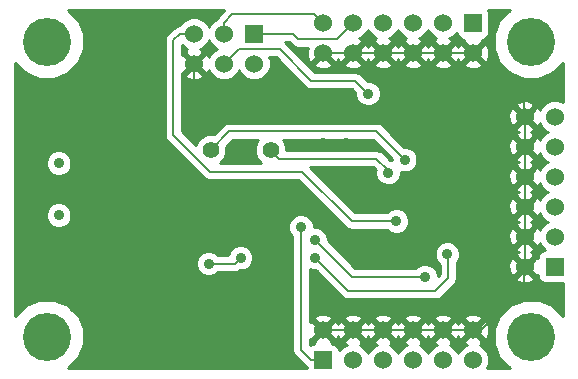
<source format=gbl>
G04 (created by PCBNEW-RS274X (2011-11-27 BZR 3249)-stable) date 9/09/2012 10:25:19 a.m.*
G01*
G70*
G90*
%MOIN*%
G04 Gerber Fmt 3.4, Leading zero omitted, Abs format*
%FSLAX34Y34*%
G04 APERTURE LIST*
%ADD10C,0.006000*%
%ADD11R,0.060000X0.060000*%
%ADD12C,0.060000*%
%ADD13C,0.035400*%
%ADD14C,0.056000*%
%ADD15C,0.160000*%
%ADD16C,0.035000*%
%ADD17C,0.008000*%
%ADD18C,0.010000*%
G04 APERTURE END LIST*
G54D10*
G54D11*
X48296Y-28877D03*
G54D12*
X47296Y-28877D03*
X48296Y-27877D03*
X47296Y-27877D03*
X48296Y-26877D03*
X47296Y-26877D03*
X48296Y-25877D03*
X47296Y-25877D03*
X48296Y-24877D03*
X47296Y-24877D03*
X48296Y-23877D03*
X47296Y-23877D03*
G54D13*
X31760Y-27161D03*
X31760Y-25429D03*
G54D11*
X40571Y-31995D03*
G54D12*
X40571Y-30995D03*
X41571Y-31995D03*
X41571Y-30995D03*
X42571Y-31995D03*
X42571Y-30995D03*
X43571Y-31995D03*
X43571Y-30995D03*
X44571Y-31995D03*
X44571Y-30995D03*
X45571Y-31995D03*
X45571Y-30995D03*
G54D11*
X45571Y-20759D03*
G54D12*
X45571Y-21759D03*
X44571Y-20759D03*
X44571Y-21759D03*
X43571Y-20759D03*
X43571Y-21759D03*
X42571Y-20759D03*
X42571Y-21759D03*
X41571Y-20759D03*
X41571Y-21759D03*
X40571Y-20759D03*
X40571Y-21759D03*
G54D11*
X38272Y-21110D03*
G54D12*
X38272Y-22110D03*
X37272Y-21110D03*
X37272Y-22110D03*
X36272Y-21110D03*
X36272Y-22110D03*
G54D14*
X36823Y-24995D03*
X38823Y-24995D03*
G54D15*
X47508Y-31216D03*
X31366Y-21374D03*
X47508Y-21374D03*
X31366Y-31216D03*
G54D16*
X44713Y-28460D03*
X40303Y-28578D03*
X43965Y-29208D03*
X40303Y-27988D03*
X42075Y-23106D03*
X43020Y-27358D03*
X39831Y-27554D03*
X41327Y-24760D03*
X40579Y-23421D03*
X40579Y-24760D03*
X40303Y-29130D03*
X36288Y-23421D03*
X34752Y-26216D03*
X37862Y-24957D03*
X39673Y-23421D03*
X41366Y-23421D03*
X33610Y-28933D03*
X33610Y-28303D03*
X30775Y-23146D03*
X37823Y-27200D03*
X39437Y-31453D03*
X33138Y-20783D03*
X35303Y-20587D03*
X38689Y-31965D03*
X30775Y-29642D03*
X32941Y-31807D03*
X42744Y-25743D03*
X37823Y-28578D03*
X36760Y-28775D03*
X43295Y-25310D03*
G54D17*
X44713Y-28460D02*
X44752Y-28499D01*
X44752Y-28499D02*
X44752Y-29248D01*
X44752Y-29248D02*
X44320Y-29680D01*
X44320Y-29680D02*
X41405Y-29680D01*
X41405Y-29680D02*
X40303Y-28578D01*
X43965Y-29208D02*
X41524Y-29208D01*
X41524Y-29208D02*
X40304Y-27988D01*
X40304Y-27988D02*
X40303Y-27988D01*
X38272Y-21110D02*
X39568Y-21110D01*
X41035Y-21295D02*
X41571Y-20759D01*
X39753Y-21295D02*
X41035Y-21295D01*
X39568Y-21110D02*
X39753Y-21295D01*
X37283Y-22110D02*
X37783Y-21610D01*
X37783Y-21610D02*
X39123Y-21610D01*
X39123Y-21610D02*
X40186Y-22673D01*
X41642Y-22673D02*
X42075Y-23106D01*
X40186Y-22673D02*
X41642Y-22673D01*
X37272Y-22110D02*
X37283Y-22110D01*
X41524Y-27358D02*
X39870Y-25704D01*
X39870Y-25704D02*
X36800Y-25704D01*
X36800Y-25704D02*
X35579Y-24483D01*
X35579Y-24483D02*
X35579Y-21334D01*
X35579Y-21334D02*
X35803Y-21110D01*
X35803Y-21110D02*
X36272Y-21110D01*
X43020Y-27358D02*
X41524Y-27358D01*
X37272Y-21110D02*
X37272Y-20743D01*
X40280Y-20468D02*
X40571Y-20759D01*
X37547Y-20468D02*
X40280Y-20468D01*
X37272Y-20743D02*
X37547Y-20468D01*
X40177Y-31995D02*
X39831Y-31649D01*
X39831Y-31649D02*
X39831Y-27554D01*
X40571Y-31995D02*
X40177Y-31995D01*
X41327Y-24760D02*
X40579Y-24760D01*
X36288Y-23421D02*
X36272Y-23405D01*
X36272Y-23405D02*
X36272Y-22110D01*
X41571Y-21759D02*
X42571Y-21759D01*
X43571Y-30995D02*
X44571Y-30995D01*
X34752Y-26806D02*
X34752Y-26216D01*
X35146Y-27200D02*
X34752Y-26806D01*
X47296Y-26877D02*
X47296Y-25877D01*
X47296Y-25877D02*
X47296Y-24877D01*
X40579Y-23421D02*
X41366Y-23421D01*
X39673Y-23421D02*
X40579Y-23421D01*
X47296Y-24877D02*
X47296Y-23877D01*
X47296Y-23877D02*
X47284Y-23865D01*
X47284Y-23865D02*
X47284Y-23385D01*
X47284Y-23385D02*
X45658Y-21759D01*
X30775Y-29642D02*
X30775Y-23146D01*
X39437Y-31453D02*
X39437Y-31492D01*
X33138Y-20783D02*
X33334Y-20587D01*
X35303Y-20587D02*
X33334Y-20587D01*
X32351Y-29642D02*
X30775Y-29642D01*
X32941Y-30232D02*
X32351Y-29642D01*
X32941Y-31807D02*
X32941Y-30232D01*
X37823Y-27200D02*
X35146Y-27200D01*
X45658Y-21759D02*
X45571Y-21759D01*
X40571Y-21759D02*
X41571Y-21759D01*
X42571Y-30995D02*
X43571Y-30995D01*
X41571Y-30995D02*
X42571Y-30995D01*
X40571Y-30995D02*
X41571Y-30995D01*
X42571Y-21759D02*
X43571Y-21759D01*
X43571Y-21759D02*
X44571Y-21759D01*
X45839Y-30995D02*
X45571Y-30995D01*
X47272Y-29562D02*
X45839Y-30995D01*
X47272Y-28901D02*
X47272Y-29562D01*
X47296Y-28877D02*
X47272Y-28901D01*
X47296Y-27877D02*
X47296Y-28877D01*
X47296Y-26877D02*
X47296Y-27877D01*
X44571Y-21759D02*
X45571Y-21759D01*
X44571Y-30995D02*
X45571Y-30995D01*
X45571Y-30995D02*
X45586Y-30980D01*
X42744Y-25743D02*
X42744Y-25666D01*
X39100Y-25272D02*
X38823Y-24995D01*
X42350Y-25272D02*
X39100Y-25272D01*
X42744Y-25666D02*
X42350Y-25272D01*
X37823Y-28578D02*
X37626Y-28775D01*
X37626Y-28775D02*
X36760Y-28775D01*
X37453Y-24365D02*
X36823Y-24995D01*
X42350Y-24365D02*
X37453Y-24365D01*
X43295Y-25310D02*
X42350Y-24365D01*
G54D10*
G36*
X38492Y-25414D02*
X37153Y-25414D01*
X37272Y-25296D01*
X37353Y-25101D01*
X37353Y-24890D01*
X37348Y-24879D01*
X37573Y-24655D01*
X38413Y-24655D01*
X38374Y-24694D01*
X38293Y-24889D01*
X38293Y-25100D01*
X38374Y-25295D01*
X38492Y-25414D01*
X38492Y-25414D01*
G37*
G54D18*
X38492Y-25414D02*
X37153Y-25414D01*
X37272Y-25296D01*
X37353Y-25101D01*
X37353Y-24890D01*
X37348Y-24879D01*
X37573Y-24655D01*
X38413Y-24655D01*
X38374Y-24694D01*
X38293Y-24889D01*
X38293Y-25100D01*
X38374Y-25295D01*
X38492Y-25414D01*
G54D10*
G36*
X42870Y-25335D02*
X42829Y-25318D01*
X42806Y-25318D01*
X42555Y-25067D01*
X42461Y-25004D01*
X42350Y-24982D01*
X39353Y-24982D01*
X39353Y-24890D01*
X39272Y-24695D01*
X39232Y-24655D01*
X42230Y-24655D01*
X42870Y-25295D01*
X42870Y-25335D01*
X42870Y-25335D01*
G37*
G54D18*
X42870Y-25335D02*
X42829Y-25318D01*
X42806Y-25318D01*
X42555Y-25067D01*
X42461Y-25004D01*
X42350Y-24982D01*
X39353Y-24982D01*
X39353Y-24890D01*
X39272Y-24695D01*
X39232Y-24655D01*
X42230Y-24655D01*
X42870Y-25295D01*
X42870Y-25335D01*
G54D10*
G36*
X48561Y-30510D02*
X48214Y-30162D01*
X47757Y-29973D01*
X47604Y-29972D01*
X47604Y-29255D01*
X47296Y-28948D01*
X47225Y-29018D01*
X47225Y-28877D01*
X46918Y-28569D01*
X46824Y-28596D01*
X46753Y-28798D01*
X46764Y-29011D01*
X46824Y-29158D01*
X46918Y-29185D01*
X47225Y-28877D01*
X47225Y-29018D01*
X46988Y-29255D01*
X47015Y-29349D01*
X47217Y-29420D01*
X47430Y-29409D01*
X47577Y-29349D01*
X47604Y-29255D01*
X47604Y-29972D01*
X47262Y-29972D01*
X46805Y-30161D01*
X46454Y-30510D01*
X46265Y-30967D01*
X46264Y-31462D01*
X46453Y-31919D01*
X46801Y-32269D01*
X46051Y-32269D01*
X46120Y-32104D01*
X46120Y-31886D01*
X46114Y-31871D01*
X46114Y-31074D01*
X46114Y-21838D01*
X46103Y-21625D01*
X46043Y-21478D01*
X45949Y-21451D01*
X45642Y-21759D01*
X45949Y-22067D01*
X46043Y-22040D01*
X46114Y-21838D01*
X46114Y-31074D01*
X46103Y-30861D01*
X46043Y-30714D01*
X45949Y-30687D01*
X45879Y-30757D01*
X45879Y-30617D01*
X45879Y-22137D01*
X45571Y-21830D01*
X45500Y-21900D01*
X45500Y-21759D01*
X45193Y-21451D01*
X45099Y-21478D01*
X45073Y-21551D01*
X45043Y-21478D01*
X44949Y-21451D01*
X44642Y-21759D01*
X44949Y-22067D01*
X45043Y-22040D01*
X45068Y-21966D01*
X45099Y-22040D01*
X45193Y-22067D01*
X45500Y-21759D01*
X45500Y-21900D01*
X45263Y-22137D01*
X45290Y-22231D01*
X45492Y-22302D01*
X45705Y-22291D01*
X45852Y-22231D01*
X45879Y-22137D01*
X45879Y-30617D01*
X45852Y-30523D01*
X45650Y-30452D01*
X45437Y-30463D01*
X45290Y-30523D01*
X45263Y-30617D01*
X45571Y-30924D01*
X45879Y-30617D01*
X45879Y-30757D01*
X45642Y-30995D01*
X45949Y-31303D01*
X46043Y-31276D01*
X46114Y-31074D01*
X46114Y-31871D01*
X46036Y-31684D01*
X45882Y-31530D01*
X45790Y-31492D01*
X45852Y-31467D01*
X45879Y-31373D01*
X45571Y-31066D01*
X45500Y-31136D01*
X45500Y-30995D01*
X45193Y-30687D01*
X45099Y-30714D01*
X45073Y-30787D01*
X45043Y-30714D01*
X44949Y-30687D01*
X44879Y-30757D01*
X44879Y-30617D01*
X44852Y-30523D01*
X44650Y-30452D01*
X44437Y-30463D01*
X44290Y-30523D01*
X44263Y-30617D01*
X44571Y-30924D01*
X44879Y-30617D01*
X44879Y-30757D01*
X44642Y-30995D01*
X44949Y-31303D01*
X45043Y-31276D01*
X45068Y-31202D01*
X45099Y-31276D01*
X45193Y-31303D01*
X45500Y-30995D01*
X45500Y-31136D01*
X45263Y-31373D01*
X45290Y-31467D01*
X45355Y-31490D01*
X45260Y-31530D01*
X45106Y-31684D01*
X45071Y-31768D01*
X45036Y-31684D01*
X44882Y-31530D01*
X44790Y-31492D01*
X44852Y-31467D01*
X44879Y-31373D01*
X44571Y-31066D01*
X44500Y-31136D01*
X44500Y-30995D01*
X44193Y-30687D01*
X44099Y-30714D01*
X44073Y-30787D01*
X44043Y-30714D01*
X43949Y-30687D01*
X43879Y-30757D01*
X43879Y-30617D01*
X43852Y-30523D01*
X43650Y-30452D01*
X43437Y-30463D01*
X43290Y-30523D01*
X43263Y-30617D01*
X43571Y-30924D01*
X43879Y-30617D01*
X43879Y-30757D01*
X43642Y-30995D01*
X43949Y-31303D01*
X44043Y-31276D01*
X44068Y-31202D01*
X44099Y-31276D01*
X44193Y-31303D01*
X44500Y-30995D01*
X44500Y-31136D01*
X44263Y-31373D01*
X44290Y-31467D01*
X44355Y-31490D01*
X44260Y-31530D01*
X44106Y-31684D01*
X44071Y-31768D01*
X44036Y-31684D01*
X43882Y-31530D01*
X43790Y-31492D01*
X43852Y-31467D01*
X43879Y-31373D01*
X43571Y-31066D01*
X43500Y-31136D01*
X43500Y-30995D01*
X43193Y-30687D01*
X43099Y-30714D01*
X43073Y-30787D01*
X43043Y-30714D01*
X42949Y-30687D01*
X42879Y-30757D01*
X42879Y-30617D01*
X42852Y-30523D01*
X42650Y-30452D01*
X42437Y-30463D01*
X42290Y-30523D01*
X42263Y-30617D01*
X42571Y-30924D01*
X42879Y-30617D01*
X42879Y-30757D01*
X42642Y-30995D01*
X42949Y-31303D01*
X43043Y-31276D01*
X43068Y-31202D01*
X43099Y-31276D01*
X43193Y-31303D01*
X43500Y-30995D01*
X43500Y-31136D01*
X43263Y-31373D01*
X43290Y-31467D01*
X43355Y-31490D01*
X43260Y-31530D01*
X43106Y-31684D01*
X43071Y-31768D01*
X43036Y-31684D01*
X42882Y-31530D01*
X42790Y-31492D01*
X42852Y-31467D01*
X42879Y-31373D01*
X42571Y-31066D01*
X42500Y-31136D01*
X42500Y-30995D01*
X42193Y-30687D01*
X42099Y-30714D01*
X42073Y-30787D01*
X42043Y-30714D01*
X41949Y-30687D01*
X41879Y-30757D01*
X41879Y-30617D01*
X41852Y-30523D01*
X41650Y-30452D01*
X41437Y-30463D01*
X41290Y-30523D01*
X41263Y-30617D01*
X41571Y-30924D01*
X41879Y-30617D01*
X41879Y-30757D01*
X41642Y-30995D01*
X41949Y-31303D01*
X42043Y-31276D01*
X42068Y-31202D01*
X42099Y-31276D01*
X42193Y-31303D01*
X42500Y-30995D01*
X42500Y-31136D01*
X42263Y-31373D01*
X42290Y-31467D01*
X42355Y-31490D01*
X42260Y-31530D01*
X42106Y-31684D01*
X42071Y-31768D01*
X42036Y-31684D01*
X41882Y-31530D01*
X41790Y-31492D01*
X41852Y-31467D01*
X41879Y-31373D01*
X41571Y-31066D01*
X41500Y-31136D01*
X41500Y-30995D01*
X41193Y-30687D01*
X41099Y-30714D01*
X41073Y-30787D01*
X41043Y-30714D01*
X40949Y-30687D01*
X40879Y-30757D01*
X40879Y-30617D01*
X40852Y-30523D01*
X40650Y-30452D01*
X40437Y-30463D01*
X40290Y-30523D01*
X40263Y-30617D01*
X40571Y-30924D01*
X40879Y-30617D01*
X40879Y-30757D01*
X40642Y-30995D01*
X40949Y-31303D01*
X41043Y-31276D01*
X41068Y-31202D01*
X41099Y-31276D01*
X41193Y-31303D01*
X41500Y-30995D01*
X41500Y-31136D01*
X41263Y-31373D01*
X41290Y-31467D01*
X41355Y-31490D01*
X41260Y-31530D01*
X41120Y-31670D01*
X41120Y-31646D01*
X41082Y-31554D01*
X41012Y-31484D01*
X40921Y-31446D01*
X40858Y-31446D01*
X40879Y-31373D01*
X40571Y-31066D01*
X40263Y-31373D01*
X40283Y-31446D01*
X40222Y-31446D01*
X40130Y-31484D01*
X40121Y-31493D01*
X40121Y-31282D01*
X40193Y-31303D01*
X40500Y-30995D01*
X40193Y-30687D01*
X40121Y-30707D01*
X40121Y-28962D01*
X40218Y-29003D01*
X40318Y-29003D01*
X41200Y-29885D01*
X41294Y-29948D01*
X41405Y-29970D01*
X44320Y-29970D01*
X44431Y-29948D01*
X44525Y-29885D01*
X44956Y-29454D01*
X44956Y-29453D01*
X44957Y-29453D01*
X45019Y-29360D01*
X45020Y-29359D01*
X45041Y-29249D01*
X45042Y-29248D01*
X45042Y-28732D01*
X45073Y-28701D01*
X45138Y-28545D01*
X45138Y-28376D01*
X45074Y-28220D01*
X44954Y-28100D01*
X44879Y-28068D01*
X44879Y-22137D01*
X44571Y-21830D01*
X44500Y-21900D01*
X44500Y-21759D01*
X44193Y-21451D01*
X44099Y-21478D01*
X44073Y-21551D01*
X44043Y-21478D01*
X43949Y-21451D01*
X43642Y-21759D01*
X43949Y-22067D01*
X44043Y-22040D01*
X44068Y-21966D01*
X44099Y-22040D01*
X44193Y-22067D01*
X44500Y-21759D01*
X44500Y-21900D01*
X44263Y-22137D01*
X44290Y-22231D01*
X44492Y-22302D01*
X44705Y-22291D01*
X44852Y-22231D01*
X44879Y-22137D01*
X44879Y-28068D01*
X44798Y-28035D01*
X44629Y-28035D01*
X44473Y-28099D01*
X44353Y-28219D01*
X44288Y-28375D01*
X44288Y-28544D01*
X44352Y-28700D01*
X44462Y-28810D01*
X44462Y-29128D01*
X44390Y-29200D01*
X44390Y-29124D01*
X44326Y-28968D01*
X44206Y-28848D01*
X44050Y-28783D01*
X43881Y-28783D01*
X43879Y-28783D01*
X43879Y-22137D01*
X43571Y-21830D01*
X43500Y-21900D01*
X43500Y-21759D01*
X43193Y-21451D01*
X43099Y-21478D01*
X43073Y-21551D01*
X43043Y-21478D01*
X42949Y-21451D01*
X42642Y-21759D01*
X42949Y-22067D01*
X43043Y-22040D01*
X43068Y-21966D01*
X43099Y-22040D01*
X43193Y-22067D01*
X43500Y-21759D01*
X43500Y-21900D01*
X43263Y-22137D01*
X43290Y-22231D01*
X43492Y-22302D01*
X43705Y-22291D01*
X43852Y-22231D01*
X43879Y-22137D01*
X43879Y-28783D01*
X43725Y-28847D01*
X43654Y-28918D01*
X41644Y-28918D01*
X40728Y-28002D01*
X40728Y-27904D01*
X40664Y-27748D01*
X40544Y-27628D01*
X40388Y-27563D01*
X40256Y-27563D01*
X40256Y-27470D01*
X40192Y-27314D01*
X40072Y-27194D01*
X39916Y-27129D01*
X39747Y-27129D01*
X39591Y-27193D01*
X39471Y-27313D01*
X39406Y-27469D01*
X39406Y-27638D01*
X39470Y-27794D01*
X39541Y-27865D01*
X39541Y-31649D01*
X39563Y-31760D01*
X39626Y-31854D01*
X39972Y-32200D01*
X40022Y-32233D01*
X40022Y-32269D01*
X38248Y-32269D01*
X38248Y-28663D01*
X38248Y-28494D01*
X38184Y-28338D01*
X38064Y-28218D01*
X37908Y-28153D01*
X37739Y-28153D01*
X37583Y-28217D01*
X37463Y-28337D01*
X37401Y-28485D01*
X37071Y-28485D01*
X37001Y-28415D01*
X36845Y-28350D01*
X36676Y-28350D01*
X36520Y-28414D01*
X36400Y-28534D01*
X36335Y-28690D01*
X36335Y-28859D01*
X36399Y-29015D01*
X36519Y-29135D01*
X36675Y-29200D01*
X36844Y-29200D01*
X37000Y-29136D01*
X37071Y-29065D01*
X37626Y-29065D01*
X37737Y-29043D01*
X37796Y-29003D01*
X37907Y-29003D01*
X38063Y-28939D01*
X38183Y-28819D01*
X38248Y-28663D01*
X38248Y-32269D01*
X32071Y-32269D01*
X32420Y-31922D01*
X32609Y-31465D01*
X32610Y-30970D01*
X32421Y-30513D01*
X32187Y-30277D01*
X32187Y-27247D01*
X32187Y-27077D01*
X32187Y-25515D01*
X32187Y-25345D01*
X32122Y-25188D01*
X32003Y-25068D01*
X31846Y-25002D01*
X31676Y-25002D01*
X31519Y-25067D01*
X31399Y-25186D01*
X31333Y-25343D01*
X31333Y-25513D01*
X31398Y-25670D01*
X31517Y-25790D01*
X31674Y-25856D01*
X31844Y-25856D01*
X32001Y-25791D01*
X32121Y-25672D01*
X32187Y-25515D01*
X32187Y-27077D01*
X32122Y-26920D01*
X32003Y-26800D01*
X31846Y-26734D01*
X31676Y-26734D01*
X31519Y-26799D01*
X31399Y-26918D01*
X31333Y-27075D01*
X31333Y-27245D01*
X31398Y-27402D01*
X31517Y-27522D01*
X31674Y-27588D01*
X31844Y-27588D01*
X32001Y-27523D01*
X32121Y-27404D01*
X32187Y-27247D01*
X32187Y-30277D01*
X32072Y-30162D01*
X31615Y-29973D01*
X31120Y-29972D01*
X30663Y-30161D01*
X30313Y-30509D01*
X30313Y-22079D01*
X30660Y-22428D01*
X31117Y-22617D01*
X31612Y-22618D01*
X32069Y-22429D01*
X32420Y-22080D01*
X32609Y-21623D01*
X32610Y-21128D01*
X32421Y-20671D01*
X32072Y-20321D01*
X37284Y-20321D01*
X37067Y-20538D01*
X37008Y-20625D01*
X36961Y-20645D01*
X36807Y-20799D01*
X36772Y-20883D01*
X36737Y-20799D01*
X36583Y-20645D01*
X36381Y-20561D01*
X36163Y-20561D01*
X35961Y-20645D01*
X35807Y-20799D01*
X35797Y-20821D01*
X35692Y-20842D01*
X35660Y-20863D01*
X35597Y-20905D01*
X35374Y-21129D01*
X35311Y-21223D01*
X35289Y-21334D01*
X35289Y-24483D01*
X35311Y-24594D01*
X35374Y-24688D01*
X36594Y-25909D01*
X36595Y-25909D01*
X36657Y-25950D01*
X36688Y-25971D01*
X36689Y-25972D01*
X36799Y-25993D01*
X36800Y-25994D01*
X39750Y-25994D01*
X41319Y-27563D01*
X41413Y-27626D01*
X41524Y-27648D01*
X42709Y-27648D01*
X42779Y-27718D01*
X42935Y-27783D01*
X43104Y-27783D01*
X43260Y-27719D01*
X43380Y-27599D01*
X43445Y-27443D01*
X43445Y-27274D01*
X43381Y-27118D01*
X43261Y-26998D01*
X43105Y-26933D01*
X42936Y-26933D01*
X42780Y-26997D01*
X42709Y-27068D01*
X41644Y-27068D01*
X40138Y-25562D01*
X42230Y-25562D01*
X42321Y-25653D01*
X42319Y-25658D01*
X42319Y-25827D01*
X42383Y-25983D01*
X42503Y-26103D01*
X42659Y-26168D01*
X42828Y-26168D01*
X42984Y-26104D01*
X43104Y-25984D01*
X43169Y-25828D01*
X43169Y-25717D01*
X43210Y-25735D01*
X43379Y-25735D01*
X43535Y-25671D01*
X43655Y-25551D01*
X43720Y-25395D01*
X43720Y-25226D01*
X43656Y-25070D01*
X43536Y-24950D01*
X43380Y-24885D01*
X43280Y-24885D01*
X42879Y-24484D01*
X42879Y-22137D01*
X42571Y-21830D01*
X42500Y-21900D01*
X42500Y-21759D01*
X42193Y-21451D01*
X42099Y-21478D01*
X42073Y-21551D01*
X42043Y-21478D01*
X41949Y-21451D01*
X41642Y-21759D01*
X41949Y-22067D01*
X42043Y-22040D01*
X42068Y-21966D01*
X42099Y-22040D01*
X42193Y-22067D01*
X42500Y-21759D01*
X42500Y-21900D01*
X42263Y-22137D01*
X42290Y-22231D01*
X42492Y-22302D01*
X42705Y-22291D01*
X42852Y-22231D01*
X42879Y-22137D01*
X42879Y-24484D01*
X42555Y-24160D01*
X42461Y-24097D01*
X42350Y-24075D01*
X37453Y-24075D01*
X37342Y-24097D01*
X37248Y-24160D01*
X37247Y-24160D01*
X37247Y-24161D01*
X36938Y-24469D01*
X36929Y-24465D01*
X36718Y-24465D01*
X36580Y-24522D01*
X36580Y-22488D01*
X36272Y-22181D01*
X35964Y-22488D01*
X35991Y-22582D01*
X36193Y-22653D01*
X36406Y-22642D01*
X36553Y-22582D01*
X36580Y-22488D01*
X36580Y-24522D01*
X36523Y-24546D01*
X36374Y-24694D01*
X36323Y-24816D01*
X35869Y-24362D01*
X35869Y-22410D01*
X35894Y-22418D01*
X36201Y-22110D01*
X35894Y-21802D01*
X35869Y-21809D01*
X35869Y-21483D01*
X35961Y-21575D01*
X36052Y-21612D01*
X35991Y-21638D01*
X35964Y-21732D01*
X36272Y-22039D01*
X36580Y-21732D01*
X36553Y-21638D01*
X36487Y-21614D01*
X36583Y-21575D01*
X36737Y-21421D01*
X36772Y-21336D01*
X36807Y-21421D01*
X36961Y-21575D01*
X37045Y-21610D01*
X36961Y-21645D01*
X36807Y-21799D01*
X36769Y-21890D01*
X36744Y-21829D01*
X36650Y-21802D01*
X36343Y-22110D01*
X36650Y-22418D01*
X36744Y-22391D01*
X36767Y-22325D01*
X36807Y-22421D01*
X36961Y-22575D01*
X37163Y-22659D01*
X37381Y-22659D01*
X37583Y-22575D01*
X37737Y-22421D01*
X37772Y-22336D01*
X37807Y-22421D01*
X37961Y-22575D01*
X38163Y-22659D01*
X38381Y-22659D01*
X38583Y-22575D01*
X38737Y-22421D01*
X38821Y-22219D01*
X38821Y-22001D01*
X38779Y-21900D01*
X39003Y-21900D01*
X39981Y-22878D01*
X40075Y-22941D01*
X40186Y-22963D01*
X41522Y-22963D01*
X41650Y-23091D01*
X41650Y-23190D01*
X41714Y-23346D01*
X41834Y-23466D01*
X41990Y-23531D01*
X42159Y-23531D01*
X42315Y-23467D01*
X42435Y-23347D01*
X42500Y-23191D01*
X42500Y-23022D01*
X42436Y-22866D01*
X42316Y-22746D01*
X42160Y-22681D01*
X42060Y-22681D01*
X41879Y-22500D01*
X41879Y-22137D01*
X41571Y-21830D01*
X41263Y-22137D01*
X41290Y-22231D01*
X41492Y-22302D01*
X41705Y-22291D01*
X41852Y-22231D01*
X41879Y-22137D01*
X41879Y-22500D01*
X41847Y-22468D01*
X41753Y-22405D01*
X41642Y-22383D01*
X40879Y-22383D01*
X40879Y-22137D01*
X40571Y-21830D01*
X40263Y-22137D01*
X40290Y-22231D01*
X40492Y-22302D01*
X40705Y-22291D01*
X40852Y-22231D01*
X40879Y-22137D01*
X40879Y-22383D01*
X40306Y-22383D01*
X39328Y-21405D01*
X39320Y-21400D01*
X39447Y-21400D01*
X39547Y-21500D01*
X39548Y-21500D01*
X39642Y-21563D01*
X39753Y-21585D01*
X40061Y-21585D01*
X40028Y-21680D01*
X40039Y-21893D01*
X40099Y-22040D01*
X40193Y-22067D01*
X40465Y-21794D01*
X40500Y-21759D01*
X40571Y-21688D01*
X40642Y-21759D01*
X40677Y-21794D01*
X40949Y-22067D01*
X41043Y-22040D01*
X41068Y-21966D01*
X41099Y-22040D01*
X41193Y-22067D01*
X41465Y-21794D01*
X41500Y-21759D01*
X41571Y-21688D01*
X41606Y-21653D01*
X41879Y-21381D01*
X41852Y-21287D01*
X41786Y-21263D01*
X41882Y-21224D01*
X42036Y-21070D01*
X42071Y-20985D01*
X42106Y-21070D01*
X42260Y-21224D01*
X42351Y-21261D01*
X42290Y-21287D01*
X42263Y-21381D01*
X42571Y-21688D01*
X42879Y-21381D01*
X42852Y-21287D01*
X42786Y-21263D01*
X42882Y-21224D01*
X43036Y-21070D01*
X43071Y-20985D01*
X43106Y-21070D01*
X43260Y-21224D01*
X43351Y-21261D01*
X43290Y-21287D01*
X43263Y-21381D01*
X43571Y-21688D01*
X43879Y-21381D01*
X43852Y-21287D01*
X43786Y-21263D01*
X43882Y-21224D01*
X44036Y-21070D01*
X44071Y-20985D01*
X44106Y-21070D01*
X44260Y-21224D01*
X44351Y-21261D01*
X44290Y-21287D01*
X44263Y-21381D01*
X44571Y-21688D01*
X44879Y-21381D01*
X44852Y-21287D01*
X44786Y-21263D01*
X44882Y-21224D01*
X45022Y-21084D01*
X45022Y-21108D01*
X45060Y-21200D01*
X45130Y-21270D01*
X45221Y-21308D01*
X45283Y-21308D01*
X45263Y-21381D01*
X45571Y-21688D01*
X45879Y-21381D01*
X45858Y-21308D01*
X45920Y-21308D01*
X46012Y-21270D01*
X46082Y-21200D01*
X46120Y-21109D01*
X46120Y-21010D01*
X46120Y-20410D01*
X46083Y-20321D01*
X46802Y-20321D01*
X46454Y-20668D01*
X46265Y-21125D01*
X46264Y-21620D01*
X46453Y-22077D01*
X46802Y-22428D01*
X47259Y-22617D01*
X47754Y-22618D01*
X48211Y-22429D01*
X48561Y-22080D01*
X48561Y-23392D01*
X48405Y-23328D01*
X48187Y-23328D01*
X47985Y-23412D01*
X47831Y-23566D01*
X47793Y-23657D01*
X47768Y-23596D01*
X47674Y-23569D01*
X47604Y-23639D01*
X47604Y-23499D01*
X47577Y-23405D01*
X47375Y-23334D01*
X47162Y-23345D01*
X47015Y-23405D01*
X46988Y-23499D01*
X47296Y-23806D01*
X47604Y-23499D01*
X47604Y-23639D01*
X47367Y-23877D01*
X47674Y-24185D01*
X47768Y-24158D01*
X47791Y-24092D01*
X47831Y-24188D01*
X47985Y-24342D01*
X48069Y-24377D01*
X47985Y-24412D01*
X47831Y-24566D01*
X47793Y-24657D01*
X47768Y-24596D01*
X47674Y-24569D01*
X47604Y-24639D01*
X47604Y-24499D01*
X47577Y-24405D01*
X47503Y-24379D01*
X47577Y-24349D01*
X47604Y-24255D01*
X47296Y-23948D01*
X47225Y-24018D01*
X47225Y-23877D01*
X46918Y-23569D01*
X46824Y-23596D01*
X46753Y-23798D01*
X46764Y-24011D01*
X46824Y-24158D01*
X46918Y-24185D01*
X47225Y-23877D01*
X47225Y-24018D01*
X46988Y-24255D01*
X47015Y-24349D01*
X47088Y-24374D01*
X47015Y-24405D01*
X46988Y-24499D01*
X47296Y-24806D01*
X47604Y-24499D01*
X47604Y-24639D01*
X47367Y-24877D01*
X47674Y-25185D01*
X47768Y-25158D01*
X47791Y-25092D01*
X47831Y-25188D01*
X47985Y-25342D01*
X48069Y-25377D01*
X47985Y-25412D01*
X47831Y-25566D01*
X47793Y-25657D01*
X47768Y-25596D01*
X47674Y-25569D01*
X47604Y-25639D01*
X47604Y-25499D01*
X47577Y-25405D01*
X47503Y-25379D01*
X47577Y-25349D01*
X47604Y-25255D01*
X47296Y-24948D01*
X47225Y-25018D01*
X47225Y-24877D01*
X46918Y-24569D01*
X46824Y-24596D01*
X46753Y-24798D01*
X46764Y-25011D01*
X46824Y-25158D01*
X46918Y-25185D01*
X47225Y-24877D01*
X47225Y-25018D01*
X46988Y-25255D01*
X47015Y-25349D01*
X47088Y-25374D01*
X47015Y-25405D01*
X46988Y-25499D01*
X47296Y-25806D01*
X47604Y-25499D01*
X47604Y-25639D01*
X47367Y-25877D01*
X47674Y-26185D01*
X47768Y-26158D01*
X47791Y-26092D01*
X47831Y-26188D01*
X47985Y-26342D01*
X48069Y-26377D01*
X47985Y-26412D01*
X47831Y-26566D01*
X47793Y-26657D01*
X47768Y-26596D01*
X47674Y-26569D01*
X47604Y-26639D01*
X47604Y-26499D01*
X47577Y-26405D01*
X47503Y-26379D01*
X47577Y-26349D01*
X47604Y-26255D01*
X47296Y-25948D01*
X47225Y-26018D01*
X47225Y-25877D01*
X46918Y-25569D01*
X46824Y-25596D01*
X46753Y-25798D01*
X46764Y-26011D01*
X46824Y-26158D01*
X46918Y-26185D01*
X47225Y-25877D01*
X47225Y-26018D01*
X46988Y-26255D01*
X47015Y-26349D01*
X47088Y-26374D01*
X47015Y-26405D01*
X46988Y-26499D01*
X47296Y-26806D01*
X47604Y-26499D01*
X47604Y-26639D01*
X47367Y-26877D01*
X47674Y-27185D01*
X47768Y-27158D01*
X47791Y-27092D01*
X47831Y-27188D01*
X47985Y-27342D01*
X48069Y-27377D01*
X47985Y-27412D01*
X47831Y-27566D01*
X47793Y-27657D01*
X47768Y-27596D01*
X47674Y-27569D01*
X47604Y-27639D01*
X47604Y-27499D01*
X47577Y-27405D01*
X47503Y-27379D01*
X47577Y-27349D01*
X47604Y-27255D01*
X47296Y-26948D01*
X47225Y-27018D01*
X47225Y-26877D01*
X46918Y-26569D01*
X46824Y-26596D01*
X46753Y-26798D01*
X46764Y-27011D01*
X46824Y-27158D01*
X46918Y-27185D01*
X47225Y-26877D01*
X47225Y-27018D01*
X46988Y-27255D01*
X47015Y-27349D01*
X47088Y-27374D01*
X47015Y-27405D01*
X46988Y-27499D01*
X47296Y-27806D01*
X47604Y-27499D01*
X47604Y-27639D01*
X47367Y-27877D01*
X47674Y-28185D01*
X47768Y-28158D01*
X47791Y-28092D01*
X47831Y-28188D01*
X47971Y-28328D01*
X47947Y-28328D01*
X47855Y-28366D01*
X47785Y-28436D01*
X47747Y-28527D01*
X47747Y-28589D01*
X47674Y-28569D01*
X47604Y-28639D01*
X47604Y-28499D01*
X47577Y-28405D01*
X47503Y-28379D01*
X47577Y-28349D01*
X47604Y-28255D01*
X47296Y-27948D01*
X47225Y-28018D01*
X47225Y-27877D01*
X46918Y-27569D01*
X46824Y-27596D01*
X46753Y-27798D01*
X46764Y-28011D01*
X46824Y-28158D01*
X46918Y-28185D01*
X47225Y-27877D01*
X47225Y-28018D01*
X46988Y-28255D01*
X47015Y-28349D01*
X47088Y-28374D01*
X47015Y-28405D01*
X46988Y-28499D01*
X47296Y-28806D01*
X47604Y-28499D01*
X47604Y-28639D01*
X47367Y-28877D01*
X47674Y-29185D01*
X47747Y-29164D01*
X47747Y-29226D01*
X47785Y-29318D01*
X47855Y-29388D01*
X47946Y-29426D01*
X48045Y-29426D01*
X48561Y-29426D01*
X48561Y-30510D01*
X48561Y-30510D01*
G37*
G54D18*
X48561Y-30510D02*
X48214Y-30162D01*
X47757Y-29973D01*
X47604Y-29972D01*
X47604Y-29255D01*
X47296Y-28948D01*
X47225Y-29018D01*
X47225Y-28877D01*
X46918Y-28569D01*
X46824Y-28596D01*
X46753Y-28798D01*
X46764Y-29011D01*
X46824Y-29158D01*
X46918Y-29185D01*
X47225Y-28877D01*
X47225Y-29018D01*
X46988Y-29255D01*
X47015Y-29349D01*
X47217Y-29420D01*
X47430Y-29409D01*
X47577Y-29349D01*
X47604Y-29255D01*
X47604Y-29972D01*
X47262Y-29972D01*
X46805Y-30161D01*
X46454Y-30510D01*
X46265Y-30967D01*
X46264Y-31462D01*
X46453Y-31919D01*
X46801Y-32269D01*
X46051Y-32269D01*
X46120Y-32104D01*
X46120Y-31886D01*
X46114Y-31871D01*
X46114Y-31074D01*
X46114Y-21838D01*
X46103Y-21625D01*
X46043Y-21478D01*
X45949Y-21451D01*
X45642Y-21759D01*
X45949Y-22067D01*
X46043Y-22040D01*
X46114Y-21838D01*
X46114Y-31074D01*
X46103Y-30861D01*
X46043Y-30714D01*
X45949Y-30687D01*
X45879Y-30757D01*
X45879Y-30617D01*
X45879Y-22137D01*
X45571Y-21830D01*
X45500Y-21900D01*
X45500Y-21759D01*
X45193Y-21451D01*
X45099Y-21478D01*
X45073Y-21551D01*
X45043Y-21478D01*
X44949Y-21451D01*
X44642Y-21759D01*
X44949Y-22067D01*
X45043Y-22040D01*
X45068Y-21966D01*
X45099Y-22040D01*
X45193Y-22067D01*
X45500Y-21759D01*
X45500Y-21900D01*
X45263Y-22137D01*
X45290Y-22231D01*
X45492Y-22302D01*
X45705Y-22291D01*
X45852Y-22231D01*
X45879Y-22137D01*
X45879Y-30617D01*
X45852Y-30523D01*
X45650Y-30452D01*
X45437Y-30463D01*
X45290Y-30523D01*
X45263Y-30617D01*
X45571Y-30924D01*
X45879Y-30617D01*
X45879Y-30757D01*
X45642Y-30995D01*
X45949Y-31303D01*
X46043Y-31276D01*
X46114Y-31074D01*
X46114Y-31871D01*
X46036Y-31684D01*
X45882Y-31530D01*
X45790Y-31492D01*
X45852Y-31467D01*
X45879Y-31373D01*
X45571Y-31066D01*
X45500Y-31136D01*
X45500Y-30995D01*
X45193Y-30687D01*
X45099Y-30714D01*
X45073Y-30787D01*
X45043Y-30714D01*
X44949Y-30687D01*
X44879Y-30757D01*
X44879Y-30617D01*
X44852Y-30523D01*
X44650Y-30452D01*
X44437Y-30463D01*
X44290Y-30523D01*
X44263Y-30617D01*
X44571Y-30924D01*
X44879Y-30617D01*
X44879Y-30757D01*
X44642Y-30995D01*
X44949Y-31303D01*
X45043Y-31276D01*
X45068Y-31202D01*
X45099Y-31276D01*
X45193Y-31303D01*
X45500Y-30995D01*
X45500Y-31136D01*
X45263Y-31373D01*
X45290Y-31467D01*
X45355Y-31490D01*
X45260Y-31530D01*
X45106Y-31684D01*
X45071Y-31768D01*
X45036Y-31684D01*
X44882Y-31530D01*
X44790Y-31492D01*
X44852Y-31467D01*
X44879Y-31373D01*
X44571Y-31066D01*
X44500Y-31136D01*
X44500Y-30995D01*
X44193Y-30687D01*
X44099Y-30714D01*
X44073Y-30787D01*
X44043Y-30714D01*
X43949Y-30687D01*
X43879Y-30757D01*
X43879Y-30617D01*
X43852Y-30523D01*
X43650Y-30452D01*
X43437Y-30463D01*
X43290Y-30523D01*
X43263Y-30617D01*
X43571Y-30924D01*
X43879Y-30617D01*
X43879Y-30757D01*
X43642Y-30995D01*
X43949Y-31303D01*
X44043Y-31276D01*
X44068Y-31202D01*
X44099Y-31276D01*
X44193Y-31303D01*
X44500Y-30995D01*
X44500Y-31136D01*
X44263Y-31373D01*
X44290Y-31467D01*
X44355Y-31490D01*
X44260Y-31530D01*
X44106Y-31684D01*
X44071Y-31768D01*
X44036Y-31684D01*
X43882Y-31530D01*
X43790Y-31492D01*
X43852Y-31467D01*
X43879Y-31373D01*
X43571Y-31066D01*
X43500Y-31136D01*
X43500Y-30995D01*
X43193Y-30687D01*
X43099Y-30714D01*
X43073Y-30787D01*
X43043Y-30714D01*
X42949Y-30687D01*
X42879Y-30757D01*
X42879Y-30617D01*
X42852Y-30523D01*
X42650Y-30452D01*
X42437Y-30463D01*
X42290Y-30523D01*
X42263Y-30617D01*
X42571Y-30924D01*
X42879Y-30617D01*
X42879Y-30757D01*
X42642Y-30995D01*
X42949Y-31303D01*
X43043Y-31276D01*
X43068Y-31202D01*
X43099Y-31276D01*
X43193Y-31303D01*
X43500Y-30995D01*
X43500Y-31136D01*
X43263Y-31373D01*
X43290Y-31467D01*
X43355Y-31490D01*
X43260Y-31530D01*
X43106Y-31684D01*
X43071Y-31768D01*
X43036Y-31684D01*
X42882Y-31530D01*
X42790Y-31492D01*
X42852Y-31467D01*
X42879Y-31373D01*
X42571Y-31066D01*
X42500Y-31136D01*
X42500Y-30995D01*
X42193Y-30687D01*
X42099Y-30714D01*
X42073Y-30787D01*
X42043Y-30714D01*
X41949Y-30687D01*
X41879Y-30757D01*
X41879Y-30617D01*
X41852Y-30523D01*
X41650Y-30452D01*
X41437Y-30463D01*
X41290Y-30523D01*
X41263Y-30617D01*
X41571Y-30924D01*
X41879Y-30617D01*
X41879Y-30757D01*
X41642Y-30995D01*
X41949Y-31303D01*
X42043Y-31276D01*
X42068Y-31202D01*
X42099Y-31276D01*
X42193Y-31303D01*
X42500Y-30995D01*
X42500Y-31136D01*
X42263Y-31373D01*
X42290Y-31467D01*
X42355Y-31490D01*
X42260Y-31530D01*
X42106Y-31684D01*
X42071Y-31768D01*
X42036Y-31684D01*
X41882Y-31530D01*
X41790Y-31492D01*
X41852Y-31467D01*
X41879Y-31373D01*
X41571Y-31066D01*
X41500Y-31136D01*
X41500Y-30995D01*
X41193Y-30687D01*
X41099Y-30714D01*
X41073Y-30787D01*
X41043Y-30714D01*
X40949Y-30687D01*
X40879Y-30757D01*
X40879Y-30617D01*
X40852Y-30523D01*
X40650Y-30452D01*
X40437Y-30463D01*
X40290Y-30523D01*
X40263Y-30617D01*
X40571Y-30924D01*
X40879Y-30617D01*
X40879Y-30757D01*
X40642Y-30995D01*
X40949Y-31303D01*
X41043Y-31276D01*
X41068Y-31202D01*
X41099Y-31276D01*
X41193Y-31303D01*
X41500Y-30995D01*
X41500Y-31136D01*
X41263Y-31373D01*
X41290Y-31467D01*
X41355Y-31490D01*
X41260Y-31530D01*
X41120Y-31670D01*
X41120Y-31646D01*
X41082Y-31554D01*
X41012Y-31484D01*
X40921Y-31446D01*
X40858Y-31446D01*
X40879Y-31373D01*
X40571Y-31066D01*
X40263Y-31373D01*
X40283Y-31446D01*
X40222Y-31446D01*
X40130Y-31484D01*
X40121Y-31493D01*
X40121Y-31282D01*
X40193Y-31303D01*
X40500Y-30995D01*
X40193Y-30687D01*
X40121Y-30707D01*
X40121Y-28962D01*
X40218Y-29003D01*
X40318Y-29003D01*
X41200Y-29885D01*
X41294Y-29948D01*
X41405Y-29970D01*
X44320Y-29970D01*
X44431Y-29948D01*
X44525Y-29885D01*
X44956Y-29454D01*
X44956Y-29453D01*
X44957Y-29453D01*
X45019Y-29360D01*
X45020Y-29359D01*
X45041Y-29249D01*
X45042Y-29248D01*
X45042Y-28732D01*
X45073Y-28701D01*
X45138Y-28545D01*
X45138Y-28376D01*
X45074Y-28220D01*
X44954Y-28100D01*
X44879Y-28068D01*
X44879Y-22137D01*
X44571Y-21830D01*
X44500Y-21900D01*
X44500Y-21759D01*
X44193Y-21451D01*
X44099Y-21478D01*
X44073Y-21551D01*
X44043Y-21478D01*
X43949Y-21451D01*
X43642Y-21759D01*
X43949Y-22067D01*
X44043Y-22040D01*
X44068Y-21966D01*
X44099Y-22040D01*
X44193Y-22067D01*
X44500Y-21759D01*
X44500Y-21900D01*
X44263Y-22137D01*
X44290Y-22231D01*
X44492Y-22302D01*
X44705Y-22291D01*
X44852Y-22231D01*
X44879Y-22137D01*
X44879Y-28068D01*
X44798Y-28035D01*
X44629Y-28035D01*
X44473Y-28099D01*
X44353Y-28219D01*
X44288Y-28375D01*
X44288Y-28544D01*
X44352Y-28700D01*
X44462Y-28810D01*
X44462Y-29128D01*
X44390Y-29200D01*
X44390Y-29124D01*
X44326Y-28968D01*
X44206Y-28848D01*
X44050Y-28783D01*
X43881Y-28783D01*
X43879Y-28783D01*
X43879Y-22137D01*
X43571Y-21830D01*
X43500Y-21900D01*
X43500Y-21759D01*
X43193Y-21451D01*
X43099Y-21478D01*
X43073Y-21551D01*
X43043Y-21478D01*
X42949Y-21451D01*
X42642Y-21759D01*
X42949Y-22067D01*
X43043Y-22040D01*
X43068Y-21966D01*
X43099Y-22040D01*
X43193Y-22067D01*
X43500Y-21759D01*
X43500Y-21900D01*
X43263Y-22137D01*
X43290Y-22231D01*
X43492Y-22302D01*
X43705Y-22291D01*
X43852Y-22231D01*
X43879Y-22137D01*
X43879Y-28783D01*
X43725Y-28847D01*
X43654Y-28918D01*
X41644Y-28918D01*
X40728Y-28002D01*
X40728Y-27904D01*
X40664Y-27748D01*
X40544Y-27628D01*
X40388Y-27563D01*
X40256Y-27563D01*
X40256Y-27470D01*
X40192Y-27314D01*
X40072Y-27194D01*
X39916Y-27129D01*
X39747Y-27129D01*
X39591Y-27193D01*
X39471Y-27313D01*
X39406Y-27469D01*
X39406Y-27638D01*
X39470Y-27794D01*
X39541Y-27865D01*
X39541Y-31649D01*
X39563Y-31760D01*
X39626Y-31854D01*
X39972Y-32200D01*
X40022Y-32233D01*
X40022Y-32269D01*
X38248Y-32269D01*
X38248Y-28663D01*
X38248Y-28494D01*
X38184Y-28338D01*
X38064Y-28218D01*
X37908Y-28153D01*
X37739Y-28153D01*
X37583Y-28217D01*
X37463Y-28337D01*
X37401Y-28485D01*
X37071Y-28485D01*
X37001Y-28415D01*
X36845Y-28350D01*
X36676Y-28350D01*
X36520Y-28414D01*
X36400Y-28534D01*
X36335Y-28690D01*
X36335Y-28859D01*
X36399Y-29015D01*
X36519Y-29135D01*
X36675Y-29200D01*
X36844Y-29200D01*
X37000Y-29136D01*
X37071Y-29065D01*
X37626Y-29065D01*
X37737Y-29043D01*
X37796Y-29003D01*
X37907Y-29003D01*
X38063Y-28939D01*
X38183Y-28819D01*
X38248Y-28663D01*
X38248Y-32269D01*
X32071Y-32269D01*
X32420Y-31922D01*
X32609Y-31465D01*
X32610Y-30970D01*
X32421Y-30513D01*
X32187Y-30277D01*
X32187Y-27247D01*
X32187Y-27077D01*
X32187Y-25515D01*
X32187Y-25345D01*
X32122Y-25188D01*
X32003Y-25068D01*
X31846Y-25002D01*
X31676Y-25002D01*
X31519Y-25067D01*
X31399Y-25186D01*
X31333Y-25343D01*
X31333Y-25513D01*
X31398Y-25670D01*
X31517Y-25790D01*
X31674Y-25856D01*
X31844Y-25856D01*
X32001Y-25791D01*
X32121Y-25672D01*
X32187Y-25515D01*
X32187Y-27077D01*
X32122Y-26920D01*
X32003Y-26800D01*
X31846Y-26734D01*
X31676Y-26734D01*
X31519Y-26799D01*
X31399Y-26918D01*
X31333Y-27075D01*
X31333Y-27245D01*
X31398Y-27402D01*
X31517Y-27522D01*
X31674Y-27588D01*
X31844Y-27588D01*
X32001Y-27523D01*
X32121Y-27404D01*
X32187Y-27247D01*
X32187Y-30277D01*
X32072Y-30162D01*
X31615Y-29973D01*
X31120Y-29972D01*
X30663Y-30161D01*
X30313Y-30509D01*
X30313Y-22079D01*
X30660Y-22428D01*
X31117Y-22617D01*
X31612Y-22618D01*
X32069Y-22429D01*
X32420Y-22080D01*
X32609Y-21623D01*
X32610Y-21128D01*
X32421Y-20671D01*
X32072Y-20321D01*
X37284Y-20321D01*
X37067Y-20538D01*
X37008Y-20625D01*
X36961Y-20645D01*
X36807Y-20799D01*
X36772Y-20883D01*
X36737Y-20799D01*
X36583Y-20645D01*
X36381Y-20561D01*
X36163Y-20561D01*
X35961Y-20645D01*
X35807Y-20799D01*
X35797Y-20821D01*
X35692Y-20842D01*
X35660Y-20863D01*
X35597Y-20905D01*
X35374Y-21129D01*
X35311Y-21223D01*
X35289Y-21334D01*
X35289Y-24483D01*
X35311Y-24594D01*
X35374Y-24688D01*
X36594Y-25909D01*
X36595Y-25909D01*
X36657Y-25950D01*
X36688Y-25971D01*
X36689Y-25972D01*
X36799Y-25993D01*
X36800Y-25994D01*
X39750Y-25994D01*
X41319Y-27563D01*
X41413Y-27626D01*
X41524Y-27648D01*
X42709Y-27648D01*
X42779Y-27718D01*
X42935Y-27783D01*
X43104Y-27783D01*
X43260Y-27719D01*
X43380Y-27599D01*
X43445Y-27443D01*
X43445Y-27274D01*
X43381Y-27118D01*
X43261Y-26998D01*
X43105Y-26933D01*
X42936Y-26933D01*
X42780Y-26997D01*
X42709Y-27068D01*
X41644Y-27068D01*
X40138Y-25562D01*
X42230Y-25562D01*
X42321Y-25653D01*
X42319Y-25658D01*
X42319Y-25827D01*
X42383Y-25983D01*
X42503Y-26103D01*
X42659Y-26168D01*
X42828Y-26168D01*
X42984Y-26104D01*
X43104Y-25984D01*
X43169Y-25828D01*
X43169Y-25717D01*
X43210Y-25735D01*
X43379Y-25735D01*
X43535Y-25671D01*
X43655Y-25551D01*
X43720Y-25395D01*
X43720Y-25226D01*
X43656Y-25070D01*
X43536Y-24950D01*
X43380Y-24885D01*
X43280Y-24885D01*
X42879Y-24484D01*
X42879Y-22137D01*
X42571Y-21830D01*
X42500Y-21900D01*
X42500Y-21759D01*
X42193Y-21451D01*
X42099Y-21478D01*
X42073Y-21551D01*
X42043Y-21478D01*
X41949Y-21451D01*
X41642Y-21759D01*
X41949Y-22067D01*
X42043Y-22040D01*
X42068Y-21966D01*
X42099Y-22040D01*
X42193Y-22067D01*
X42500Y-21759D01*
X42500Y-21900D01*
X42263Y-22137D01*
X42290Y-22231D01*
X42492Y-22302D01*
X42705Y-22291D01*
X42852Y-22231D01*
X42879Y-22137D01*
X42879Y-24484D01*
X42555Y-24160D01*
X42461Y-24097D01*
X42350Y-24075D01*
X37453Y-24075D01*
X37342Y-24097D01*
X37248Y-24160D01*
X37247Y-24160D01*
X37247Y-24161D01*
X36938Y-24469D01*
X36929Y-24465D01*
X36718Y-24465D01*
X36580Y-24522D01*
X36580Y-22488D01*
X36272Y-22181D01*
X35964Y-22488D01*
X35991Y-22582D01*
X36193Y-22653D01*
X36406Y-22642D01*
X36553Y-22582D01*
X36580Y-22488D01*
X36580Y-24522D01*
X36523Y-24546D01*
X36374Y-24694D01*
X36323Y-24816D01*
X35869Y-24362D01*
X35869Y-22410D01*
X35894Y-22418D01*
X36201Y-22110D01*
X35894Y-21802D01*
X35869Y-21809D01*
X35869Y-21483D01*
X35961Y-21575D01*
X36052Y-21612D01*
X35991Y-21638D01*
X35964Y-21732D01*
X36272Y-22039D01*
X36580Y-21732D01*
X36553Y-21638D01*
X36487Y-21614D01*
X36583Y-21575D01*
X36737Y-21421D01*
X36772Y-21336D01*
X36807Y-21421D01*
X36961Y-21575D01*
X37045Y-21610D01*
X36961Y-21645D01*
X36807Y-21799D01*
X36769Y-21890D01*
X36744Y-21829D01*
X36650Y-21802D01*
X36343Y-22110D01*
X36650Y-22418D01*
X36744Y-22391D01*
X36767Y-22325D01*
X36807Y-22421D01*
X36961Y-22575D01*
X37163Y-22659D01*
X37381Y-22659D01*
X37583Y-22575D01*
X37737Y-22421D01*
X37772Y-22336D01*
X37807Y-22421D01*
X37961Y-22575D01*
X38163Y-22659D01*
X38381Y-22659D01*
X38583Y-22575D01*
X38737Y-22421D01*
X38821Y-22219D01*
X38821Y-22001D01*
X38779Y-21900D01*
X39003Y-21900D01*
X39981Y-22878D01*
X40075Y-22941D01*
X40186Y-22963D01*
X41522Y-22963D01*
X41650Y-23091D01*
X41650Y-23190D01*
X41714Y-23346D01*
X41834Y-23466D01*
X41990Y-23531D01*
X42159Y-23531D01*
X42315Y-23467D01*
X42435Y-23347D01*
X42500Y-23191D01*
X42500Y-23022D01*
X42436Y-22866D01*
X42316Y-22746D01*
X42160Y-22681D01*
X42060Y-22681D01*
X41879Y-22500D01*
X41879Y-22137D01*
X41571Y-21830D01*
X41263Y-22137D01*
X41290Y-22231D01*
X41492Y-22302D01*
X41705Y-22291D01*
X41852Y-22231D01*
X41879Y-22137D01*
X41879Y-22500D01*
X41847Y-22468D01*
X41753Y-22405D01*
X41642Y-22383D01*
X40879Y-22383D01*
X40879Y-22137D01*
X40571Y-21830D01*
X40263Y-22137D01*
X40290Y-22231D01*
X40492Y-22302D01*
X40705Y-22291D01*
X40852Y-22231D01*
X40879Y-22137D01*
X40879Y-22383D01*
X40306Y-22383D01*
X39328Y-21405D01*
X39320Y-21400D01*
X39447Y-21400D01*
X39547Y-21500D01*
X39548Y-21500D01*
X39642Y-21563D01*
X39753Y-21585D01*
X40061Y-21585D01*
X40028Y-21680D01*
X40039Y-21893D01*
X40099Y-22040D01*
X40193Y-22067D01*
X40465Y-21794D01*
X40500Y-21759D01*
X40571Y-21688D01*
X40642Y-21759D01*
X40677Y-21794D01*
X40949Y-22067D01*
X41043Y-22040D01*
X41068Y-21966D01*
X41099Y-22040D01*
X41193Y-22067D01*
X41465Y-21794D01*
X41500Y-21759D01*
X41571Y-21688D01*
X41606Y-21653D01*
X41879Y-21381D01*
X41852Y-21287D01*
X41786Y-21263D01*
X41882Y-21224D01*
X42036Y-21070D01*
X42071Y-20985D01*
X42106Y-21070D01*
X42260Y-21224D01*
X42351Y-21261D01*
X42290Y-21287D01*
X42263Y-21381D01*
X42571Y-21688D01*
X42879Y-21381D01*
X42852Y-21287D01*
X42786Y-21263D01*
X42882Y-21224D01*
X43036Y-21070D01*
X43071Y-20985D01*
X43106Y-21070D01*
X43260Y-21224D01*
X43351Y-21261D01*
X43290Y-21287D01*
X43263Y-21381D01*
X43571Y-21688D01*
X43879Y-21381D01*
X43852Y-21287D01*
X43786Y-21263D01*
X43882Y-21224D01*
X44036Y-21070D01*
X44071Y-20985D01*
X44106Y-21070D01*
X44260Y-21224D01*
X44351Y-21261D01*
X44290Y-21287D01*
X44263Y-21381D01*
X44571Y-21688D01*
X44879Y-21381D01*
X44852Y-21287D01*
X44786Y-21263D01*
X44882Y-21224D01*
X45022Y-21084D01*
X45022Y-21108D01*
X45060Y-21200D01*
X45130Y-21270D01*
X45221Y-21308D01*
X45283Y-21308D01*
X45263Y-21381D01*
X45571Y-21688D01*
X45879Y-21381D01*
X45858Y-21308D01*
X45920Y-21308D01*
X46012Y-21270D01*
X46082Y-21200D01*
X46120Y-21109D01*
X46120Y-21010D01*
X46120Y-20410D01*
X46083Y-20321D01*
X46802Y-20321D01*
X46454Y-20668D01*
X46265Y-21125D01*
X46264Y-21620D01*
X46453Y-22077D01*
X46802Y-22428D01*
X47259Y-22617D01*
X47754Y-22618D01*
X48211Y-22429D01*
X48561Y-22080D01*
X48561Y-23392D01*
X48405Y-23328D01*
X48187Y-23328D01*
X47985Y-23412D01*
X47831Y-23566D01*
X47793Y-23657D01*
X47768Y-23596D01*
X47674Y-23569D01*
X47604Y-23639D01*
X47604Y-23499D01*
X47577Y-23405D01*
X47375Y-23334D01*
X47162Y-23345D01*
X47015Y-23405D01*
X46988Y-23499D01*
X47296Y-23806D01*
X47604Y-23499D01*
X47604Y-23639D01*
X47367Y-23877D01*
X47674Y-24185D01*
X47768Y-24158D01*
X47791Y-24092D01*
X47831Y-24188D01*
X47985Y-24342D01*
X48069Y-24377D01*
X47985Y-24412D01*
X47831Y-24566D01*
X47793Y-24657D01*
X47768Y-24596D01*
X47674Y-24569D01*
X47604Y-24639D01*
X47604Y-24499D01*
X47577Y-24405D01*
X47503Y-24379D01*
X47577Y-24349D01*
X47604Y-24255D01*
X47296Y-23948D01*
X47225Y-24018D01*
X47225Y-23877D01*
X46918Y-23569D01*
X46824Y-23596D01*
X46753Y-23798D01*
X46764Y-24011D01*
X46824Y-24158D01*
X46918Y-24185D01*
X47225Y-23877D01*
X47225Y-24018D01*
X46988Y-24255D01*
X47015Y-24349D01*
X47088Y-24374D01*
X47015Y-24405D01*
X46988Y-24499D01*
X47296Y-24806D01*
X47604Y-24499D01*
X47604Y-24639D01*
X47367Y-24877D01*
X47674Y-25185D01*
X47768Y-25158D01*
X47791Y-25092D01*
X47831Y-25188D01*
X47985Y-25342D01*
X48069Y-25377D01*
X47985Y-25412D01*
X47831Y-25566D01*
X47793Y-25657D01*
X47768Y-25596D01*
X47674Y-25569D01*
X47604Y-25639D01*
X47604Y-25499D01*
X47577Y-25405D01*
X47503Y-25379D01*
X47577Y-25349D01*
X47604Y-25255D01*
X47296Y-24948D01*
X47225Y-25018D01*
X47225Y-24877D01*
X46918Y-24569D01*
X46824Y-24596D01*
X46753Y-24798D01*
X46764Y-25011D01*
X46824Y-25158D01*
X46918Y-25185D01*
X47225Y-24877D01*
X47225Y-25018D01*
X46988Y-25255D01*
X47015Y-25349D01*
X47088Y-25374D01*
X47015Y-25405D01*
X46988Y-25499D01*
X47296Y-25806D01*
X47604Y-25499D01*
X47604Y-25639D01*
X47367Y-25877D01*
X47674Y-26185D01*
X47768Y-26158D01*
X47791Y-26092D01*
X47831Y-26188D01*
X47985Y-26342D01*
X48069Y-26377D01*
X47985Y-26412D01*
X47831Y-26566D01*
X47793Y-26657D01*
X47768Y-26596D01*
X47674Y-26569D01*
X47604Y-26639D01*
X47604Y-26499D01*
X47577Y-26405D01*
X47503Y-26379D01*
X47577Y-26349D01*
X47604Y-26255D01*
X47296Y-25948D01*
X47225Y-26018D01*
X47225Y-25877D01*
X46918Y-25569D01*
X46824Y-25596D01*
X46753Y-25798D01*
X46764Y-26011D01*
X46824Y-26158D01*
X46918Y-26185D01*
X47225Y-25877D01*
X47225Y-26018D01*
X46988Y-26255D01*
X47015Y-26349D01*
X47088Y-26374D01*
X47015Y-26405D01*
X46988Y-26499D01*
X47296Y-26806D01*
X47604Y-26499D01*
X47604Y-26639D01*
X47367Y-26877D01*
X47674Y-27185D01*
X47768Y-27158D01*
X47791Y-27092D01*
X47831Y-27188D01*
X47985Y-27342D01*
X48069Y-27377D01*
X47985Y-27412D01*
X47831Y-27566D01*
X47793Y-27657D01*
X47768Y-27596D01*
X47674Y-27569D01*
X47604Y-27639D01*
X47604Y-27499D01*
X47577Y-27405D01*
X47503Y-27379D01*
X47577Y-27349D01*
X47604Y-27255D01*
X47296Y-26948D01*
X47225Y-27018D01*
X47225Y-26877D01*
X46918Y-26569D01*
X46824Y-26596D01*
X46753Y-26798D01*
X46764Y-27011D01*
X46824Y-27158D01*
X46918Y-27185D01*
X47225Y-26877D01*
X47225Y-27018D01*
X46988Y-27255D01*
X47015Y-27349D01*
X47088Y-27374D01*
X47015Y-27405D01*
X46988Y-27499D01*
X47296Y-27806D01*
X47604Y-27499D01*
X47604Y-27639D01*
X47367Y-27877D01*
X47674Y-28185D01*
X47768Y-28158D01*
X47791Y-28092D01*
X47831Y-28188D01*
X47971Y-28328D01*
X47947Y-28328D01*
X47855Y-28366D01*
X47785Y-28436D01*
X47747Y-28527D01*
X47747Y-28589D01*
X47674Y-28569D01*
X47604Y-28639D01*
X47604Y-28499D01*
X47577Y-28405D01*
X47503Y-28379D01*
X47577Y-28349D01*
X47604Y-28255D01*
X47296Y-27948D01*
X47225Y-28018D01*
X47225Y-27877D01*
X46918Y-27569D01*
X46824Y-27596D01*
X46753Y-27798D01*
X46764Y-28011D01*
X46824Y-28158D01*
X46918Y-28185D01*
X47225Y-27877D01*
X47225Y-28018D01*
X46988Y-28255D01*
X47015Y-28349D01*
X47088Y-28374D01*
X47015Y-28405D01*
X46988Y-28499D01*
X47296Y-28806D01*
X47604Y-28499D01*
X47604Y-28639D01*
X47367Y-28877D01*
X47674Y-29185D01*
X47747Y-29164D01*
X47747Y-29226D01*
X47785Y-29318D01*
X47855Y-29388D01*
X47946Y-29426D01*
X48045Y-29426D01*
X48561Y-29426D01*
X48561Y-30510D01*
M02*

</source>
